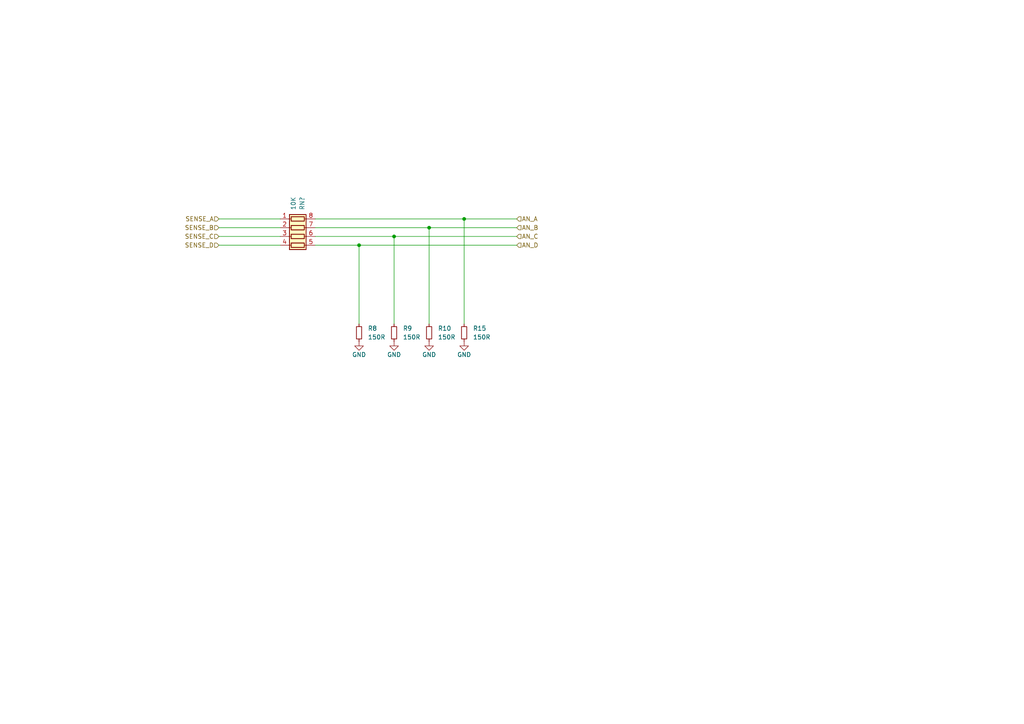
<source format=kicad_sch>
(kicad_sch (version 20230121) (generator eeschema)
  (paper "A4")
  (lib_symbols
    (symbol "Device:R_Pack04" (pin_names (offset 0) hide)
      (property "Reference" "RN" (at -7.62 0 90))
      (property "Value" "R_Pack04" (at 5.08 0 90))
      (symbol "R_Pack04_0_1"
        (rectangle (start -6.35 -2.413) (end 3.81 2.413) (stroke (width 0.254)) (fill (type background)))
        (rectangle (start -5.715 1.905) (end -4.445 -1.905) (stroke (width 0.254)))
        (rectangle (start -3.175 1.905) (end -1.905 -1.905) (stroke (width 0.254)))
        (rectangle (start -0.635 1.905) (end 0.635 -1.905) (stroke (width 0.254)))
        (polyline (pts (xy -5.08 -2.54) (xy -5.08 -1.905)))
        (polyline (pts (xy -5.08 1.905) (xy -5.08 2.54)))
        (polyline (pts (xy -2.54 -2.54) (xy -2.54 -1.905)))
        (polyline (pts (xy -2.54 1.905) (xy -2.54 2.54)))
        (polyline (pts (xy 0 -2.54) (xy 0 -1.905)))
        (polyline (pts (xy 0 1.905) (xy 0 2.54)))
        (polyline (pts (xy 2.54 -2.54) (xy 2.54 -1.905)))
        (polyline (pts (xy 2.54 1.905) (xy 2.54 2.54)))
        (rectangle (start 1.905 1.905) (end 3.175 -1.905) (stroke (width 0.254)))
      )
      (symbol "R_Pack04_1_1"
        (pin passive line (at -5.08 -5.08 90) (length 2.54) (name "R1.1") (number "1"))
        (pin passive line (at -2.54 -5.08 90) (length 2.54) (name "R2.1") (number "2"))
        (pin passive line (at 0 -5.08 90) (length 2.54) (name "R3.1") (number "3"))
        (pin passive line (at 2.54 -5.08 90) (length 2.54) (name "R4.1") (number "4"))
        (pin passive line (at 2.54 5.08 270) (length 2.54) (name "R4.2") (number "5"))
        (pin passive line (at 0 5.08 270) (length 2.54) (name "R3.2") (number "6"))
        (pin passive line (at -2.54 5.08 270) (length 2.54) (name "R2.2") (number "7"))
        (pin passive line (at -5.08 5.08 270) (length 2.54) (name "R1.2") (number "8"))
      )
    )
    (symbol "Device:R_Small" (pin_numbers hide) (pin_names (offset 0.254) hide)
      (property "Reference" "R" (at 0.762 0.508 0))
      (property "Value" "R_Small" (at 0.762 -1.016 0))
      (symbol "R_Small_0_1"
        (rectangle (start -0.762 1.778) (end 0.762 -1.778) (stroke (width 0.2032)))
      )
      (symbol "R_Small_1_1"
        (pin passive line (at 0 2.54 270) (length 0.762) (name "~") (number "1"))
        (pin passive line (at 0 -2.54 90) (length 0.762) (name "~") (number "2"))
      )
    )
    (symbol "power:GND" (power) (pin_names (offset 0))
      (property "Value" "GND" (at 0 -3.81 0))
      (symbol "GND_0_1"
        (polyline (pts (xy 0 0) (xy 0 -1.27) (xy 1.27 -1.27) (xy 0 -2.54) (xy -1.27 -1.27) (xy 0 -1.27)))
      )
      (symbol "GND_1_1"
        (pin power_in line (at 0 0 270) (length 0) hide (name "GND") (number "1"))
      )
    )
  )
  (junction (at 104.14 71.12))
  (junction (at 134.62 63.5))
  (junction (at 114.3 68.58))
  (junction (at 124.46 66.04))
  (wire (pts (xy 134.62 63.5) (xy 134.62 93.98)))
  (wire (pts (xy 104.14 71.12) (xy 149.86 71.12)))
  (wire (pts (xy 134.62 63.5) (xy 149.86 63.5)))
  (wire (pts (xy 63.5 63.5) (xy 81.28 63.5)))
  (wire (pts (xy 63.5 71.12) (xy 81.28 71.12)))
  (wire (pts (xy 91.44 66.04) (xy 124.46 66.04)))
  (wire (pts (xy 104.14 71.12) (xy 104.14 93.98)))
  (wire (pts (xy 63.5 68.58) (xy 81.28 68.58)))
  (wire (pts (xy 124.46 66.04) (xy 149.86 66.04)))
  (wire (pts (xy 124.46 66.04) (xy 124.46 93.98)))
  (wire (pts (xy 114.3 68.58) (xy 149.86 68.58)))
  (wire (pts (xy 91.44 71.12) (xy 104.14 71.12)))
  (wire (pts (xy 63.5 66.04) (xy 81.28 66.04)))
  (wire (pts (xy 91.44 63.5) (xy 134.62 63.5)))
  (wire (pts (xy 91.44 68.58) (xy 114.3 68.58)))
  (wire (pts (xy 114.3 68.58) (xy 114.3 93.98)))
  (hierarchical_label "AN_A" (shape input) (at 149.86 63.5 0))
  (hierarchical_label "SENSE_C" (shape input) (at 63.5 68.58 180))
  (hierarchical_label "AN_C" (shape input) (at 149.86 68.58 0))
  (hierarchical_label "SENSE_A" (shape input) (at 63.5 63.5 180))
  (hierarchical_label "AN_B" (shape input) (at 149.86 66.04 0))
  (hierarchical_label "SENSE_D" (shape input) (at 63.5 71.12 180))
  (hierarchical_label "AN_D" (shape input) (at 149.86 71.12 0))
  (hierarchical_label "SENSE_B" (shape input) (at 63.5 66.04 180))
  (symbol (lib_id "Device:R_Small") (at 134.62 96.52 0) (unit 1)
    (property "Reference" "R15" (at 137.16 95.25 0) (effects (justify left)))
    (property "Value" "150R" (at 137.16 97.79 0) (effects (justify left)))
    (property "Footprint" "Resistor_SMD:R_2512_6332Metric" (effects hide))
  )
  (symbol (lib_id "power:GND") (at 134.62 99.06 0) (unit 1)
    (property "Reference" "#PWR?" (effects hide))
    (property "Value" "GND" (at 134.62 102.87 0))
    (instances (project "serial_io_expander" (path "" (reference "#PWR?") (unit 1)) (path "" (reference "#PWR016") (unit 1)) (path "" (reference "#PWR?") (unit 1)) (path "" (reference "#PWR097") (unit 1))))
  )
  (symbol (lib_id "power:GND") (at 104.14 99.06 0) (unit 1)
    (property "Reference" "#PWR?" (effects hide))
    (property "Value" "GND" (at 104.14 102.87 0))
    (instances (project "serial_io_expander" (path "" (reference "#PWR?") (unit 1)) (path "" (reference "#PWR097") (unit 1)) (path "" (reference "#PWR?") (unit 1)) (path "" (reference "#PWR016") (unit 1))))
  )
  (symbol (lib_id "Device:R_Small") (at 124.46 96.52 0) (unit 1)
    (property "Reference" "R10" (at 127 95.25 0) (effects (justify left)))
    (property "Value" "150R" (at 127 97.79 0) (effects (justify left)))
    (property "Footprint" "Resistor_SMD:R_2512_6332Metric" (effects hide))
  )
  (symbol (lib_id "Device:R_Small") (at 114.3 96.52 0) (unit 1)
    (property "Reference" "R9" (at 116.84 95.25 0) (effects (justify left)))
    (property "Value" "150R" (at 116.84 97.79 0) (effects (justify left)))
    (property "Footprint" "Resistor_SMD:R_2512_6332Metric" (effects hide))
  )
  (symbol (lib_id "power:GND") (at 124.46 99.06 0) (unit 1)
    (property "Reference" "#PWR?" (effects hide))
    (property "Value" "GND" (at 124.46 102.87 0))
    (instances (project "serial_io_expander" (path "" (reference "#PWR?") (unit 1)) (path "" (reference "#PWR095") (unit 1)) (path "" (reference "#PWR?") (unit 1)) (path "" (reference "#PWR096") (unit 1))))
  )
  (symbol (lib_id "Device:R_Small") (at 104.14 96.52 0) (unit 1)
    (property "Reference" "R8" (at 106.68 95.25 0) (effects (justify left)))
    (property "Value" "150R" (at 106.68 97.79 0) (effects (justify left)))
    (property "Footprint" "Resistor_SMD:R_2512_6332Metric" (effects hide))
  )
  (symbol (lib_id "power:GND") (at 114.3 99.06 0) (unit 1)
    (property "Reference" "#PWR?" (effects hide))
    (property "Value" "GND" (at 114.3 102.87 0))
    (instances (project "serial_io_expander" (path "" (reference "#PWR?") (unit 1)) (path "" (reference "#PWR096") (unit 1)) (path "" (reference "#PWR?") (unit 1)) (path "" (reference "#PWR095") (unit 1))))
  )
  (symbol (lib_id "Device:R_Pack04") (at 86.36 68.58 270) (unit 1)
    (property "Reference" "RN?" (at 87.63 60.96 0) (effects (justify right)))
    (property "Value" "10K" (at 85.09 60.96 0) (effects (justify right)))
    (property "Footprint" "Resistor_SMD:R_Array_Concave_4x0603" (effects hide))
    (instances (project "serial_io_expander" (path "" (reference "RN?") (unit 1)) (path "" (reference "RN20") (unit 1)) (path "" (reference "RN20") (unit 1))))
  )
)
</source>
